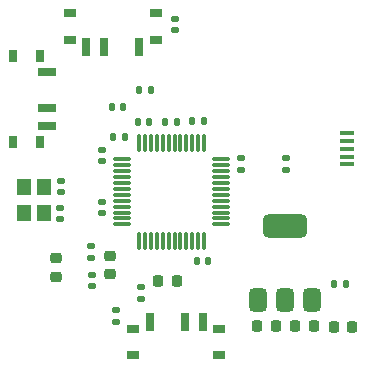
<source format=gbr>
%TF.GenerationSoftware,KiCad,Pcbnew,8.0.3*%
%TF.CreationDate,2024-12-22T23:45:43+05:30*%
%TF.ProjectId,STM32-pcb-design,53544d33-322d-4706-9362-2d6465736967,rev?*%
%TF.SameCoordinates,Original*%
%TF.FileFunction,Paste,Top*%
%TF.FilePolarity,Positive*%
%FSLAX46Y46*%
G04 Gerber Fmt 4.6, Leading zero omitted, Abs format (unit mm)*
G04 Created by KiCad (PCBNEW 8.0.3) date 2024-12-22 23:45:43*
%MOMM*%
%LPD*%
G01*
G04 APERTURE LIST*
G04 Aperture macros list*
%AMRoundRect*
0 Rectangle with rounded corners*
0 $1 Rounding radius*
0 $2 $3 $4 $5 $6 $7 $8 $9 X,Y pos of 4 corners*
0 Add a 4 corners polygon primitive as box body*
4,1,4,$2,$3,$4,$5,$6,$7,$8,$9,$2,$3,0*
0 Add four circle primitives for the rounded corners*
1,1,$1+$1,$2,$3*
1,1,$1+$1,$4,$5*
1,1,$1+$1,$6,$7*
1,1,$1+$1,$8,$9*
0 Add four rect primitives between the rounded corners*
20,1,$1+$1,$2,$3,$4,$5,0*
20,1,$1+$1,$4,$5,$6,$7,0*
20,1,$1+$1,$6,$7,$8,$9,0*
20,1,$1+$1,$8,$9,$2,$3,0*%
G04 Aperture macros list end*
%ADD10R,0.700000X1.500000*%
%ADD11R,1.000000X0.800000*%
%ADD12R,0.800000X1.000000*%
%ADD13R,1.500000X0.700000*%
%ADD14R,1.200000X1.400000*%
%ADD15RoundRect,0.375000X0.375000X-0.625000X0.375000X0.625000X-0.375000X0.625000X-0.375000X-0.625000X0*%
%ADD16RoundRect,0.500000X1.400000X-0.500000X1.400000X0.500000X-1.400000X0.500000X-1.400000X-0.500000X0*%
%ADD17RoundRect,0.075000X-0.075000X-0.662500X0.075000X-0.662500X0.075000X0.662500X-0.075000X0.662500X0*%
%ADD18RoundRect,0.075000X-0.662500X-0.075000X0.662500X-0.075000X0.662500X0.075000X-0.662500X0.075000X0*%
%ADD19RoundRect,0.135000X0.135000X0.185000X-0.135000X0.185000X-0.135000X-0.185000X0.135000X-0.185000X0*%
%ADD20RoundRect,0.135000X0.185000X-0.135000X0.185000X0.135000X-0.185000X0.135000X-0.185000X-0.135000X0*%
%ADD21RoundRect,0.135000X-0.185000X0.135000X-0.185000X-0.135000X0.185000X-0.135000X0.185000X0.135000X0*%
%ADD22RoundRect,0.135000X-0.135000X-0.185000X0.135000X-0.185000X0.135000X0.185000X-0.135000X0.185000X0*%
%ADD23R,1.300000X0.450000*%
%ADD24RoundRect,0.218750X0.256250X-0.218750X0.256250X0.218750X-0.256250X0.218750X-0.256250X-0.218750X0*%
%ADD25RoundRect,0.218750X0.218750X0.256250X-0.218750X0.256250X-0.218750X-0.256250X0.218750X-0.256250X0*%
%ADD26RoundRect,0.218750X-0.218750X-0.256250X0.218750X-0.256250X0.218750X0.256250X-0.218750X0.256250X0*%
%ADD27RoundRect,0.140000X0.170000X-0.140000X0.170000X0.140000X-0.170000X0.140000X-0.170000X-0.140000X0*%
%ADD28RoundRect,0.140000X-0.170000X0.140000X-0.170000X-0.140000X0.170000X-0.140000X0.170000X0.140000X0*%
%ADD29RoundRect,0.225000X0.225000X0.250000X-0.225000X0.250000X-0.225000X-0.250000X0.225000X-0.250000X0*%
%ADD30RoundRect,0.140000X-0.140000X-0.170000X0.140000X-0.170000X0.140000X0.170000X-0.140000X0.170000X0*%
%ADD31RoundRect,0.225000X0.250000X-0.225000X0.250000X0.225000X-0.250000X0.225000X-0.250000X-0.225000X0*%
%ADD32RoundRect,0.140000X0.140000X0.170000X-0.140000X0.170000X-0.140000X-0.170000X0.140000X-0.170000X0*%
G04 APERTURE END LIST*
D10*
%TO.C,SW3*%
X107190000Y-57170000D03*
X105690000Y-57170000D03*
X102690000Y-57170000D03*
D11*
X108590000Y-60030000D03*
X108590000Y-57820000D03*
X101290000Y-60030000D03*
X101290000Y-57820000D03*
%TD*%
%TO.C,SW2*%
X103230000Y-33280000D03*
X103230000Y-31070000D03*
X95930000Y-33280000D03*
X95930000Y-31070000D03*
D10*
X101830000Y-33930000D03*
X98830000Y-33930000D03*
X97330000Y-33930000D03*
%TD*%
D12*
%TO.C,SW1*%
X93370000Y-34670000D03*
X91160000Y-34670000D03*
X93370000Y-41970000D03*
X91160000Y-41970000D03*
D13*
X94020000Y-36070000D03*
X94020000Y-39070000D03*
X94020000Y-40570000D03*
%TD*%
D14*
%TO.C,Y1*%
X92025000Y-45725000D03*
X92025000Y-47925000D03*
X93725000Y-47925000D03*
X93725000Y-45725000D03*
%TD*%
D15*
%TO.C,U2*%
X111832500Y-55370000D03*
X114132500Y-55370000D03*
D16*
X114132500Y-49070000D03*
D15*
X116432500Y-55370000D03*
%TD*%
D17*
%TO.C,U1*%
X101800000Y-42012500D03*
X102300000Y-42012500D03*
X102800000Y-42012500D03*
X103300000Y-42012500D03*
X103800000Y-42012500D03*
X104300000Y-42012500D03*
X104800000Y-42012500D03*
X105300000Y-42012500D03*
X105800000Y-42012500D03*
X106300000Y-42012500D03*
X106800000Y-42012500D03*
X107300000Y-42012500D03*
D18*
X108712500Y-43425000D03*
X108712500Y-43925000D03*
X108712500Y-44425000D03*
X108712500Y-44925000D03*
X108712500Y-45425000D03*
X108712500Y-45925000D03*
X108712500Y-46425000D03*
X108712500Y-46925000D03*
X108712500Y-47425000D03*
X108712500Y-47925000D03*
X108712500Y-48425000D03*
X108712500Y-48925000D03*
D17*
X107300000Y-50337500D03*
X106800000Y-50337500D03*
X106300000Y-50337500D03*
X105800000Y-50337500D03*
X105300000Y-50337500D03*
X104800000Y-50337500D03*
X104300000Y-50337500D03*
X103800000Y-50337500D03*
X103300000Y-50337500D03*
X102800000Y-50337500D03*
X102300000Y-50337500D03*
X101800000Y-50337500D03*
D18*
X100387500Y-48925000D03*
X100387500Y-48425000D03*
X100387500Y-47925000D03*
X100387500Y-47425000D03*
X100387500Y-46925000D03*
X100387500Y-46425000D03*
X100387500Y-45925000D03*
X100387500Y-45425000D03*
X100387500Y-44925000D03*
X100387500Y-44425000D03*
X100387500Y-43925000D03*
X100387500Y-43425000D03*
%TD*%
D19*
%TO.C,R7*%
X105035000Y-40250000D03*
X104015000Y-40250000D03*
%TD*%
%TO.C,R6*%
X106275000Y-40175000D03*
X107295000Y-40175000D03*
%TD*%
D20*
%TO.C,R5*%
X102000000Y-55290000D03*
X102000000Y-54270000D03*
%TD*%
D19*
%TO.C,R4*%
X119310000Y-53940000D03*
X118290000Y-53940000D03*
%TD*%
D21*
%TO.C,R3*%
X114220000Y-43310000D03*
X114220000Y-44330000D03*
%TD*%
D22*
%TO.C,R2*%
X99590000Y-41500000D03*
X100610000Y-41500000D03*
%TD*%
%TO.C,R1*%
X101790000Y-37525000D03*
X102810000Y-37525000D03*
%TD*%
D23*
%TO.C,J1*%
X119410000Y-41235000D03*
X119410000Y-41885000D03*
X119410000Y-42535000D03*
X119410000Y-43185000D03*
X119410000Y-43835000D03*
%TD*%
D24*
%TO.C,FB1*%
X99325000Y-53142500D03*
X99325000Y-51567500D03*
%TD*%
D25*
%TO.C,D2*%
X104987500Y-53700000D03*
X103412500Y-53700000D03*
%TD*%
D26*
%TO.C,D1*%
X118282500Y-57620000D03*
X119857500Y-57620000D03*
%TD*%
D27*
%TO.C,C15*%
X99860000Y-57160000D03*
X99860000Y-56200000D03*
%TD*%
D28*
%TO.C,C14*%
X104800000Y-32500000D03*
X104800000Y-31540000D03*
%TD*%
D29*
%TO.C,C13*%
X113370000Y-57570000D03*
X111820000Y-57570000D03*
%TD*%
%TO.C,C12*%
X116570000Y-57570000D03*
X115020000Y-57570000D03*
%TD*%
D27*
%TO.C,C11*%
X95125000Y-48505000D03*
X95125000Y-47545000D03*
%TD*%
D28*
%TO.C,C10*%
X95150000Y-45225000D03*
X95150000Y-46185000D03*
%TD*%
D30*
%TO.C,C9*%
X99465000Y-38950000D03*
X100425000Y-38950000D03*
%TD*%
D27*
%TO.C,C8*%
X97725000Y-51735000D03*
X97725000Y-50775000D03*
%TD*%
D28*
%TO.C,C7*%
X97800000Y-53225000D03*
X97800000Y-54185000D03*
%TD*%
D27*
%TO.C,C6*%
X98675000Y-47980000D03*
X98675000Y-47020000D03*
%TD*%
D31*
%TO.C,C5*%
X94800000Y-53350000D03*
X94800000Y-51800000D03*
%TD*%
D32*
%TO.C,C4*%
X107655000Y-52025000D03*
X106695000Y-52025000D03*
%TD*%
D30*
%TO.C,C3*%
X101670000Y-40275000D03*
X102630000Y-40275000D03*
%TD*%
D28*
%TO.C,C2*%
X110425000Y-43350000D03*
X110425000Y-44310000D03*
%TD*%
D27*
%TO.C,C1*%
X98650000Y-43555000D03*
X98650000Y-42595000D03*
%TD*%
M02*

</source>
